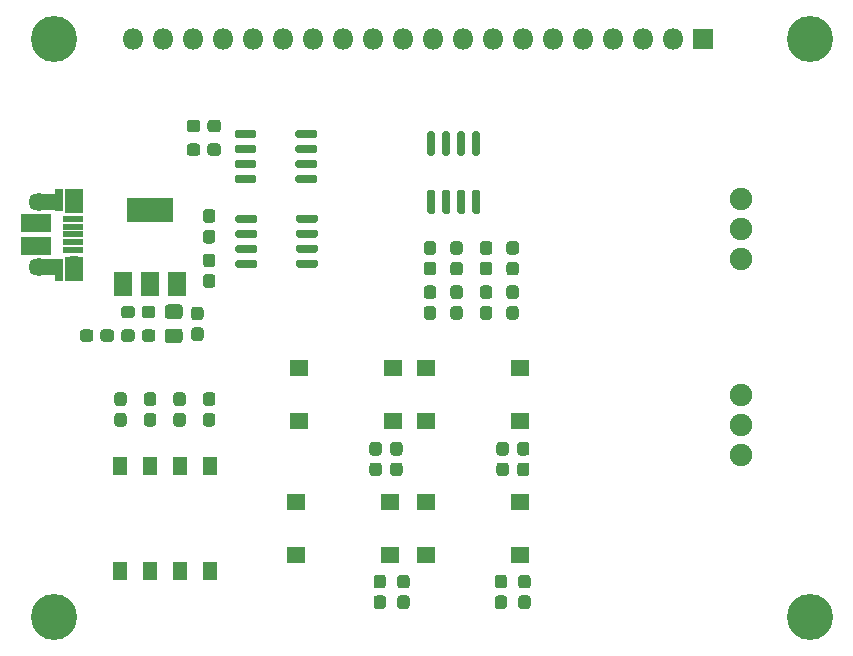
<source format=gbr>
%TF.GenerationSoftware,KiCad,Pcbnew,5.1.6-c6e7f7d~86~ubuntu18.04.1*%
%TF.CreationDate,2020-06-23T21:22:21-04:00*%
%TF.ProjectId,Toastboard,546f6173-7462-46f6-9172-642e6b696361,rev?*%
%TF.SameCoordinates,Original*%
%TF.FileFunction,Soldermask,Top*%
%TF.FilePolarity,Negative*%
%FSLAX46Y46*%
G04 Gerber Fmt 4.6, Leading zero omitted, Abs format (unit mm)*
G04 Created by KiCad (PCBNEW 5.1.6-c6e7f7d~86~ubuntu18.04.1) date 2020-06-23 21:22:21*
%MOMM*%
%LPD*%
G01*
G04 APERTURE LIST*
%ADD10R,1.800000X1.800000*%
%ADD11O,1.800000X1.800000*%
%ADD12R,2.600000X1.530000*%
%ADD13O,1.800000X1.450000*%
%ADD14O,1.600000X1.200000*%
%ADD15R,1.750000X0.500000*%
%ADD16R,1.600000X2.100000*%
%ADD17R,0.800000X1.925000*%
%ADD18R,2.100000X1.450000*%
%ADD19C,3.900000*%
%ADD20C,1.900000*%
%ADD21R,1.650000X1.400000*%
%ADD22R,1.200000X1.600000*%
%ADD23R,3.900000X2.100000*%
G04 APERTURE END LIST*
D10*
%TO.C,J1*%
X118000000Y-49000000D03*
D11*
X115460000Y-49000000D03*
X112920000Y-49000000D03*
X110380000Y-49000000D03*
X107840000Y-49000000D03*
X105300000Y-49000000D03*
X102760000Y-49000000D03*
X100220000Y-49000000D03*
X97680000Y-49000000D03*
X95140000Y-49000000D03*
X92600000Y-49000000D03*
X90060000Y-49000000D03*
X87520000Y-49000000D03*
X84980000Y-49000000D03*
X82440000Y-49000000D03*
X79900000Y-49000000D03*
X77360000Y-49000000D03*
X74820000Y-49000000D03*
X72280000Y-49000000D03*
X69740000Y-49000000D03*
%TD*%
D12*
%TO.C,J2*%
X61465000Y-66535000D03*
X61465000Y-64615000D03*
D13*
X61735000Y-68305000D03*
X61735000Y-62845000D03*
D14*
X64735000Y-67995000D03*
X64735000Y-63155000D03*
D15*
X64615000Y-66875000D03*
X64615000Y-66225000D03*
X64615000Y-65575000D03*
X64615000Y-64925000D03*
X64615000Y-64275000D03*
D16*
X64735000Y-68475000D03*
X64715000Y-62725000D03*
D17*
X63415000Y-68575000D03*
X63415000Y-62625000D03*
D18*
X62665000Y-62845000D03*
X62665000Y-68325000D03*
%TD*%
%TO.C,C1*%
G36*
G01*
X74887500Y-73450000D02*
X75412500Y-73450000D01*
G75*
G02*
X75675000Y-73712500I0J-262500D01*
G01*
X75675000Y-74337500D01*
G75*
G02*
X75412500Y-74600000I-262500J0D01*
G01*
X74887500Y-74600000D01*
G75*
G02*
X74625000Y-74337500I0J262500D01*
G01*
X74625000Y-73712500D01*
G75*
G02*
X74887500Y-73450000I262500J0D01*
G01*
G37*
G36*
G01*
X74887500Y-71700000D02*
X75412500Y-71700000D01*
G75*
G02*
X75675000Y-71962500I0J-262500D01*
G01*
X75675000Y-72587500D01*
G75*
G02*
X75412500Y-72850000I-262500J0D01*
G01*
X74887500Y-72850000D01*
G75*
G02*
X74625000Y-72587500I0J262500D01*
G01*
X74625000Y-71962500D01*
G75*
G02*
X74887500Y-71700000I262500J0D01*
G01*
G37*
%TD*%
%TO.C,C2*%
G36*
G01*
X71600000Y-71887500D02*
X71600000Y-72412500D01*
G75*
G02*
X71337500Y-72675000I-262500J0D01*
G01*
X70712500Y-72675000D01*
G75*
G02*
X70450000Y-72412500I0J262500D01*
G01*
X70450000Y-71887500D01*
G75*
G02*
X70712500Y-71625000I262500J0D01*
G01*
X71337500Y-71625000D01*
G75*
G02*
X71600000Y-71887500I0J-262500D01*
G01*
G37*
G36*
G01*
X69850000Y-71887500D02*
X69850000Y-72412500D01*
G75*
G02*
X69587500Y-72675000I-262500J0D01*
G01*
X68962500Y-72675000D01*
G75*
G02*
X68700000Y-72412500I0J262500D01*
G01*
X68700000Y-71887500D01*
G75*
G02*
X68962500Y-71625000I262500J0D01*
G01*
X69587500Y-71625000D01*
G75*
G02*
X69850000Y-71887500I0J-262500D01*
G01*
G37*
%TD*%
%TO.C,C3*%
G36*
G01*
X102587500Y-96150000D02*
X103112500Y-96150000D01*
G75*
G02*
X103375000Y-96412500I0J-262500D01*
G01*
X103375000Y-97037500D01*
G75*
G02*
X103112500Y-97300000I-262500J0D01*
G01*
X102587500Y-97300000D01*
G75*
G02*
X102325000Y-97037500I0J262500D01*
G01*
X102325000Y-96412500D01*
G75*
G02*
X102587500Y-96150000I262500J0D01*
G01*
G37*
G36*
G01*
X102587500Y-94400000D02*
X103112500Y-94400000D01*
G75*
G02*
X103375000Y-94662500I0J-262500D01*
G01*
X103375000Y-95287500D01*
G75*
G02*
X103112500Y-95550000I-262500J0D01*
G01*
X102587500Y-95550000D01*
G75*
G02*
X102325000Y-95287500I0J262500D01*
G01*
X102325000Y-94662500D01*
G75*
G02*
X102587500Y-94400000I262500J0D01*
G01*
G37*
%TD*%
%TO.C,C4*%
G36*
G01*
X92337500Y-94400000D02*
X92862500Y-94400000D01*
G75*
G02*
X93125000Y-94662500I0J-262500D01*
G01*
X93125000Y-95287500D01*
G75*
G02*
X92862500Y-95550000I-262500J0D01*
G01*
X92337500Y-95550000D01*
G75*
G02*
X92075000Y-95287500I0J262500D01*
G01*
X92075000Y-94662500D01*
G75*
G02*
X92337500Y-94400000I262500J0D01*
G01*
G37*
G36*
G01*
X92337500Y-96150000D02*
X92862500Y-96150000D01*
G75*
G02*
X93125000Y-96412500I0J-262500D01*
G01*
X93125000Y-97037500D01*
G75*
G02*
X92862500Y-97300000I-262500J0D01*
G01*
X92337500Y-97300000D01*
G75*
G02*
X92075000Y-97037500I0J262500D01*
G01*
X92075000Y-96412500D01*
G75*
G02*
X92337500Y-96150000I262500J0D01*
G01*
G37*
%TD*%
%TO.C,C5*%
G36*
G01*
X102487500Y-83150000D02*
X103012500Y-83150000D01*
G75*
G02*
X103275000Y-83412500I0J-262500D01*
G01*
X103275000Y-84037500D01*
G75*
G02*
X103012500Y-84300000I-262500J0D01*
G01*
X102487500Y-84300000D01*
G75*
G02*
X102225000Y-84037500I0J262500D01*
G01*
X102225000Y-83412500D01*
G75*
G02*
X102487500Y-83150000I262500J0D01*
G01*
G37*
G36*
G01*
X102487500Y-84900000D02*
X103012500Y-84900000D01*
G75*
G02*
X103275000Y-85162500I0J-262500D01*
G01*
X103275000Y-85787500D01*
G75*
G02*
X103012500Y-86050000I-262500J0D01*
G01*
X102487500Y-86050000D01*
G75*
G02*
X102225000Y-85787500I0J262500D01*
G01*
X102225000Y-85162500D01*
G75*
G02*
X102487500Y-84900000I262500J0D01*
G01*
G37*
%TD*%
%TO.C,C6*%
G36*
G01*
X91737500Y-84900000D02*
X92262500Y-84900000D01*
G75*
G02*
X92525000Y-85162500I0J-262500D01*
G01*
X92525000Y-85787500D01*
G75*
G02*
X92262500Y-86050000I-262500J0D01*
G01*
X91737500Y-86050000D01*
G75*
G02*
X91475000Y-85787500I0J262500D01*
G01*
X91475000Y-85162500D01*
G75*
G02*
X91737500Y-84900000I262500J0D01*
G01*
G37*
G36*
G01*
X91737500Y-83150000D02*
X92262500Y-83150000D01*
G75*
G02*
X92525000Y-83412500I0J-262500D01*
G01*
X92525000Y-84037500D01*
G75*
G02*
X92262500Y-84300000I-262500J0D01*
G01*
X91737500Y-84300000D01*
G75*
G02*
X91475000Y-84037500I0J262500D01*
G01*
X91475000Y-83412500D01*
G75*
G02*
X91737500Y-83150000I262500J0D01*
G01*
G37*
%TD*%
%TO.C,D1*%
G36*
G01*
X95112500Y-69050000D02*
X94587500Y-69050000D01*
G75*
G02*
X94325000Y-68787500I0J262500D01*
G01*
X94325000Y-68162500D01*
G75*
G02*
X94587500Y-67900000I262500J0D01*
G01*
X95112500Y-67900000D01*
G75*
G02*
X95375000Y-68162500I0J-262500D01*
G01*
X95375000Y-68787500D01*
G75*
G02*
X95112500Y-69050000I-262500J0D01*
G01*
G37*
G36*
G01*
X95112500Y-67300000D02*
X94587500Y-67300000D01*
G75*
G02*
X94325000Y-67037500I0J262500D01*
G01*
X94325000Y-66412500D01*
G75*
G02*
X94587500Y-66150000I262500J0D01*
G01*
X95112500Y-66150000D01*
G75*
G02*
X95375000Y-66412500I0J-262500D01*
G01*
X95375000Y-67037500D01*
G75*
G02*
X95112500Y-67300000I-262500J0D01*
G01*
G37*
%TD*%
%TO.C,D2*%
G36*
G01*
X68100000Y-73887500D02*
X68100000Y-74412500D01*
G75*
G02*
X67837500Y-74675000I-262500J0D01*
G01*
X67212500Y-74675000D01*
G75*
G02*
X66950000Y-74412500I0J262500D01*
G01*
X66950000Y-73887500D01*
G75*
G02*
X67212500Y-73625000I262500J0D01*
G01*
X67837500Y-73625000D01*
G75*
G02*
X68100000Y-73887500I0J-262500D01*
G01*
G37*
G36*
G01*
X66350000Y-73887500D02*
X66350000Y-74412500D01*
G75*
G02*
X66087500Y-74675000I-262500J0D01*
G01*
X65462500Y-74675000D01*
G75*
G02*
X65200000Y-74412500I0J262500D01*
G01*
X65200000Y-73887500D01*
G75*
G02*
X65462500Y-73625000I262500J0D01*
G01*
X66087500Y-73625000D01*
G75*
G02*
X66350000Y-73887500I0J-262500D01*
G01*
G37*
%TD*%
%TO.C,D3*%
G36*
G01*
X97362500Y-69050000D02*
X96837500Y-69050000D01*
G75*
G02*
X96575000Y-68787500I0J262500D01*
G01*
X96575000Y-68162500D01*
G75*
G02*
X96837500Y-67900000I262500J0D01*
G01*
X97362500Y-67900000D01*
G75*
G02*
X97625000Y-68162500I0J-262500D01*
G01*
X97625000Y-68787500D01*
G75*
G02*
X97362500Y-69050000I-262500J0D01*
G01*
G37*
G36*
G01*
X97362500Y-67300000D02*
X96837500Y-67300000D01*
G75*
G02*
X96575000Y-67037500I0J262500D01*
G01*
X96575000Y-66412500D01*
G75*
G02*
X96837500Y-66150000I262500J0D01*
G01*
X97362500Y-66150000D01*
G75*
G02*
X97625000Y-66412500I0J-262500D01*
G01*
X97625000Y-67037500D01*
G75*
G02*
X97362500Y-67300000I-262500J0D01*
G01*
G37*
%TD*%
%TO.C,D4*%
G36*
G01*
X99862500Y-69050000D02*
X99337500Y-69050000D01*
G75*
G02*
X99075000Y-68787500I0J262500D01*
G01*
X99075000Y-68162500D01*
G75*
G02*
X99337500Y-67900000I262500J0D01*
G01*
X99862500Y-67900000D01*
G75*
G02*
X100125000Y-68162500I0J-262500D01*
G01*
X100125000Y-68787500D01*
G75*
G02*
X99862500Y-69050000I-262500J0D01*
G01*
G37*
G36*
G01*
X99862500Y-67300000D02*
X99337500Y-67300000D01*
G75*
G02*
X99075000Y-67037500I0J262500D01*
G01*
X99075000Y-66412500D01*
G75*
G02*
X99337500Y-66150000I262500J0D01*
G01*
X99862500Y-66150000D01*
G75*
G02*
X100125000Y-66412500I0J-262500D01*
G01*
X100125000Y-67037500D01*
G75*
G02*
X99862500Y-67300000I-262500J0D01*
G01*
G37*
%TD*%
%TO.C,D5*%
G36*
G01*
X102112500Y-67300000D02*
X101587500Y-67300000D01*
G75*
G02*
X101325000Y-67037500I0J262500D01*
G01*
X101325000Y-66412500D01*
G75*
G02*
X101587500Y-66150000I262500J0D01*
G01*
X102112500Y-66150000D01*
G75*
G02*
X102375000Y-66412500I0J-262500D01*
G01*
X102375000Y-67037500D01*
G75*
G02*
X102112500Y-67300000I-262500J0D01*
G01*
G37*
G36*
G01*
X102112500Y-69050000D02*
X101587500Y-69050000D01*
G75*
G02*
X101325000Y-68787500I0J262500D01*
G01*
X101325000Y-68162500D01*
G75*
G02*
X101587500Y-67900000I262500J0D01*
G01*
X102112500Y-67900000D01*
G75*
G02*
X102375000Y-68162500I0J-262500D01*
G01*
X102375000Y-68787500D01*
G75*
G02*
X102112500Y-69050000I-262500J0D01*
G01*
G37*
%TD*%
%TO.C,D6*%
G36*
G01*
X76412500Y-64600000D02*
X75887500Y-64600000D01*
G75*
G02*
X75625000Y-64337500I0J262500D01*
G01*
X75625000Y-63712500D01*
G75*
G02*
X75887500Y-63450000I262500J0D01*
G01*
X76412500Y-63450000D01*
G75*
G02*
X76675000Y-63712500I0J-262500D01*
G01*
X76675000Y-64337500D01*
G75*
G02*
X76412500Y-64600000I-262500J0D01*
G01*
G37*
G36*
G01*
X76412500Y-66350000D02*
X75887500Y-66350000D01*
G75*
G02*
X75625000Y-66087500I0J262500D01*
G01*
X75625000Y-65462500D01*
G75*
G02*
X75887500Y-65200000I262500J0D01*
G01*
X76412500Y-65200000D01*
G75*
G02*
X76675000Y-65462500I0J-262500D01*
G01*
X76675000Y-66087500D01*
G75*
G02*
X76412500Y-66350000I-262500J0D01*
G01*
G37*
%TD*%
%TO.C,F1*%
G36*
G01*
X71600000Y-73887500D02*
X71600000Y-74412500D01*
G75*
G02*
X71337500Y-74675000I-262500J0D01*
G01*
X70712500Y-74675000D01*
G75*
G02*
X70450000Y-74412500I0J262500D01*
G01*
X70450000Y-73887500D01*
G75*
G02*
X70712500Y-73625000I262500J0D01*
G01*
X71337500Y-73625000D01*
G75*
G02*
X71600000Y-73887500I0J-262500D01*
G01*
G37*
G36*
G01*
X69850000Y-73887500D02*
X69850000Y-74412500D01*
G75*
G02*
X69587500Y-74675000I-262500J0D01*
G01*
X68962500Y-74675000D01*
G75*
G02*
X68700000Y-74412500I0J262500D01*
G01*
X68700000Y-73887500D01*
G75*
G02*
X68962500Y-73625000I262500J0D01*
G01*
X69587500Y-73625000D01*
G75*
G02*
X69850000Y-73887500I0J-262500D01*
G01*
G37*
%TD*%
%TO.C,FB1*%
G36*
G01*
X72671738Y-71500000D02*
X73628262Y-71500000D01*
G75*
G02*
X73900000Y-71771738I0J-271738D01*
G01*
X73900000Y-72478262D01*
G75*
G02*
X73628262Y-72750000I-271738J0D01*
G01*
X72671738Y-72750000D01*
G75*
G02*
X72400000Y-72478262I0J271738D01*
G01*
X72400000Y-71771738D01*
G75*
G02*
X72671738Y-71500000I271738J0D01*
G01*
G37*
G36*
G01*
X72671738Y-73550000D02*
X73628262Y-73550000D01*
G75*
G02*
X73900000Y-73821738I0J-271738D01*
G01*
X73900000Y-74528262D01*
G75*
G02*
X73628262Y-74800000I-271738J0D01*
G01*
X72671738Y-74800000D01*
G75*
G02*
X72400000Y-74528262I0J271738D01*
G01*
X72400000Y-73821738D01*
G75*
G02*
X72671738Y-73550000I271738J0D01*
G01*
G37*
%TD*%
D19*
%TO.C,H1*%
X63000000Y-49000000D03*
%TD*%
%TO.C,H2*%
X127000000Y-98000000D03*
%TD*%
%TO.C,H3*%
X127000000Y-49000000D03*
%TD*%
%TO.C,H4*%
X63000000Y-98000000D03*
%TD*%
%TO.C,Q1*%
G36*
G01*
X95120000Y-63850000D02*
X94770000Y-63850000D01*
G75*
G02*
X94595000Y-63675000I0J175000D01*
G01*
X94595000Y-61975000D01*
G75*
G02*
X94770000Y-61800000I175000J0D01*
G01*
X95120000Y-61800000D01*
G75*
G02*
X95295000Y-61975000I0J-175000D01*
G01*
X95295000Y-63675000D01*
G75*
G02*
X95120000Y-63850000I-175000J0D01*
G01*
G37*
G36*
G01*
X96390000Y-63850000D02*
X96040000Y-63850000D01*
G75*
G02*
X95865000Y-63675000I0J175000D01*
G01*
X95865000Y-61975000D01*
G75*
G02*
X96040000Y-61800000I175000J0D01*
G01*
X96390000Y-61800000D01*
G75*
G02*
X96565000Y-61975000I0J-175000D01*
G01*
X96565000Y-63675000D01*
G75*
G02*
X96390000Y-63850000I-175000J0D01*
G01*
G37*
G36*
G01*
X97660000Y-63850000D02*
X97310000Y-63850000D01*
G75*
G02*
X97135000Y-63675000I0J175000D01*
G01*
X97135000Y-61975000D01*
G75*
G02*
X97310000Y-61800000I175000J0D01*
G01*
X97660000Y-61800000D01*
G75*
G02*
X97835000Y-61975000I0J-175000D01*
G01*
X97835000Y-63675000D01*
G75*
G02*
X97660000Y-63850000I-175000J0D01*
G01*
G37*
G36*
G01*
X98930000Y-63850000D02*
X98580000Y-63850000D01*
G75*
G02*
X98405000Y-63675000I0J175000D01*
G01*
X98405000Y-61975000D01*
G75*
G02*
X98580000Y-61800000I175000J0D01*
G01*
X98930000Y-61800000D01*
G75*
G02*
X99105000Y-61975000I0J-175000D01*
G01*
X99105000Y-63675000D01*
G75*
G02*
X98930000Y-63850000I-175000J0D01*
G01*
G37*
G36*
G01*
X98930000Y-58900000D02*
X98580000Y-58900000D01*
G75*
G02*
X98405000Y-58725000I0J175000D01*
G01*
X98405000Y-57025000D01*
G75*
G02*
X98580000Y-56850000I175000J0D01*
G01*
X98930000Y-56850000D01*
G75*
G02*
X99105000Y-57025000I0J-175000D01*
G01*
X99105000Y-58725000D01*
G75*
G02*
X98930000Y-58900000I-175000J0D01*
G01*
G37*
G36*
G01*
X97660000Y-58900000D02*
X97310000Y-58900000D01*
G75*
G02*
X97135000Y-58725000I0J175000D01*
G01*
X97135000Y-57025000D01*
G75*
G02*
X97310000Y-56850000I175000J0D01*
G01*
X97660000Y-56850000D01*
G75*
G02*
X97835000Y-57025000I0J-175000D01*
G01*
X97835000Y-58725000D01*
G75*
G02*
X97660000Y-58900000I-175000J0D01*
G01*
G37*
G36*
G01*
X96390000Y-58900000D02*
X96040000Y-58900000D01*
G75*
G02*
X95865000Y-58725000I0J175000D01*
G01*
X95865000Y-57025000D01*
G75*
G02*
X96040000Y-56850000I175000J0D01*
G01*
X96390000Y-56850000D01*
G75*
G02*
X96565000Y-57025000I0J-175000D01*
G01*
X96565000Y-58725000D01*
G75*
G02*
X96390000Y-58900000I-175000J0D01*
G01*
G37*
G36*
G01*
X95120000Y-58900000D02*
X94770000Y-58900000D01*
G75*
G02*
X94595000Y-58725000I0J175000D01*
G01*
X94595000Y-57025000D01*
G75*
G02*
X94770000Y-56850000I175000J0D01*
G01*
X95120000Y-56850000D01*
G75*
G02*
X95295000Y-57025000I0J-175000D01*
G01*
X95295000Y-58725000D01*
G75*
G02*
X95120000Y-58900000I-175000J0D01*
G01*
G37*
%TD*%
%TO.C,R1*%
G36*
G01*
X94587500Y-69900000D02*
X95112500Y-69900000D01*
G75*
G02*
X95375000Y-70162500I0J-262500D01*
G01*
X95375000Y-70787500D01*
G75*
G02*
X95112500Y-71050000I-262500J0D01*
G01*
X94587500Y-71050000D01*
G75*
G02*
X94325000Y-70787500I0J262500D01*
G01*
X94325000Y-70162500D01*
G75*
G02*
X94587500Y-69900000I262500J0D01*
G01*
G37*
G36*
G01*
X94587500Y-71650000D02*
X95112500Y-71650000D01*
G75*
G02*
X95375000Y-71912500I0J-262500D01*
G01*
X95375000Y-72537500D01*
G75*
G02*
X95112500Y-72800000I-262500J0D01*
G01*
X94587500Y-72800000D01*
G75*
G02*
X94325000Y-72537500I0J262500D01*
G01*
X94325000Y-71912500D01*
G75*
G02*
X94587500Y-71650000I262500J0D01*
G01*
G37*
%TD*%
%TO.C,R2*%
G36*
G01*
X96837500Y-69900000D02*
X97362500Y-69900000D01*
G75*
G02*
X97625000Y-70162500I0J-262500D01*
G01*
X97625000Y-70787500D01*
G75*
G02*
X97362500Y-71050000I-262500J0D01*
G01*
X96837500Y-71050000D01*
G75*
G02*
X96575000Y-70787500I0J262500D01*
G01*
X96575000Y-70162500D01*
G75*
G02*
X96837500Y-69900000I262500J0D01*
G01*
G37*
G36*
G01*
X96837500Y-71650000D02*
X97362500Y-71650000D01*
G75*
G02*
X97625000Y-71912500I0J-262500D01*
G01*
X97625000Y-72537500D01*
G75*
G02*
X97362500Y-72800000I-262500J0D01*
G01*
X96837500Y-72800000D01*
G75*
G02*
X96575000Y-72537500I0J262500D01*
G01*
X96575000Y-71912500D01*
G75*
G02*
X96837500Y-71650000I262500J0D01*
G01*
G37*
%TD*%
%TO.C,R3*%
G36*
G01*
X99337500Y-69900000D02*
X99862500Y-69900000D01*
G75*
G02*
X100125000Y-70162500I0J-262500D01*
G01*
X100125000Y-70787500D01*
G75*
G02*
X99862500Y-71050000I-262500J0D01*
G01*
X99337500Y-71050000D01*
G75*
G02*
X99075000Y-70787500I0J262500D01*
G01*
X99075000Y-70162500D01*
G75*
G02*
X99337500Y-69900000I262500J0D01*
G01*
G37*
G36*
G01*
X99337500Y-71650000D02*
X99862500Y-71650000D01*
G75*
G02*
X100125000Y-71912500I0J-262500D01*
G01*
X100125000Y-72537500D01*
G75*
G02*
X99862500Y-72800000I-262500J0D01*
G01*
X99337500Y-72800000D01*
G75*
G02*
X99075000Y-72537500I0J262500D01*
G01*
X99075000Y-71912500D01*
G75*
G02*
X99337500Y-71650000I262500J0D01*
G01*
G37*
%TD*%
%TO.C,R4*%
G36*
G01*
X101582499Y-71650000D02*
X102107499Y-71650000D01*
G75*
G02*
X102369999Y-71912500I0J-262500D01*
G01*
X102369999Y-72537500D01*
G75*
G02*
X102107499Y-72800000I-262500J0D01*
G01*
X101582499Y-72800000D01*
G75*
G02*
X101319999Y-72537500I0J262500D01*
G01*
X101319999Y-71912500D01*
G75*
G02*
X101582499Y-71650000I262500J0D01*
G01*
G37*
G36*
G01*
X101582499Y-69900000D02*
X102107499Y-69900000D01*
G75*
G02*
X102369999Y-70162500I0J-262500D01*
G01*
X102369999Y-70787500D01*
G75*
G02*
X102107499Y-71050000I-262500J0D01*
G01*
X101582499Y-71050000D01*
G75*
G02*
X101319999Y-70787500I0J262500D01*
G01*
X101319999Y-70162500D01*
G75*
G02*
X101582499Y-69900000I262500J0D01*
G01*
G37*
%TD*%
%TO.C,R5*%
G36*
G01*
X74250000Y-58662500D02*
X74250000Y-58137500D01*
G75*
G02*
X74512500Y-57875000I262500J0D01*
G01*
X75137500Y-57875000D01*
G75*
G02*
X75400000Y-58137500I0J-262500D01*
G01*
X75400000Y-58662500D01*
G75*
G02*
X75137500Y-58925000I-262500J0D01*
G01*
X74512500Y-58925000D01*
G75*
G02*
X74250000Y-58662500I0J262500D01*
G01*
G37*
G36*
G01*
X76000000Y-58662500D02*
X76000000Y-58137500D01*
G75*
G02*
X76262500Y-57875000I262500J0D01*
G01*
X76887500Y-57875000D01*
G75*
G02*
X77150000Y-58137500I0J-262500D01*
G01*
X77150000Y-58662500D01*
G75*
G02*
X76887500Y-58925000I-262500J0D01*
G01*
X76262500Y-58925000D01*
G75*
G02*
X76000000Y-58662500I0J262500D01*
G01*
G37*
%TD*%
%TO.C,R6*%
G36*
G01*
X76000000Y-56662500D02*
X76000000Y-56137500D01*
G75*
G02*
X76262500Y-55875000I262500J0D01*
G01*
X76887500Y-55875000D01*
G75*
G02*
X77150000Y-56137500I0J-262500D01*
G01*
X77150000Y-56662500D01*
G75*
G02*
X76887500Y-56925000I-262500J0D01*
G01*
X76262500Y-56925000D01*
G75*
G02*
X76000000Y-56662500I0J262500D01*
G01*
G37*
G36*
G01*
X74250000Y-56662500D02*
X74250000Y-56137500D01*
G75*
G02*
X74512500Y-55875000I262500J0D01*
G01*
X75137500Y-55875000D01*
G75*
G02*
X75400000Y-56137500I0J-262500D01*
G01*
X75400000Y-56662500D01*
G75*
G02*
X75137500Y-56925000I-262500J0D01*
G01*
X74512500Y-56925000D01*
G75*
G02*
X74250000Y-56662500I0J262500D01*
G01*
G37*
%TD*%
%TO.C,R7*%
G36*
G01*
X75887500Y-67200000D02*
X76412500Y-67200000D01*
G75*
G02*
X76675000Y-67462500I0J-262500D01*
G01*
X76675000Y-68087500D01*
G75*
G02*
X76412500Y-68350000I-262500J0D01*
G01*
X75887500Y-68350000D01*
G75*
G02*
X75625000Y-68087500I0J262500D01*
G01*
X75625000Y-67462500D01*
G75*
G02*
X75887500Y-67200000I262500J0D01*
G01*
G37*
G36*
G01*
X75887500Y-68950000D02*
X76412500Y-68950000D01*
G75*
G02*
X76675000Y-69212500I0J-262500D01*
G01*
X76675000Y-69837500D01*
G75*
G02*
X76412500Y-70100000I-262500J0D01*
G01*
X75887500Y-70100000D01*
G75*
G02*
X75625000Y-69837500I0J262500D01*
G01*
X75625000Y-69212500D01*
G75*
G02*
X75887500Y-68950000I262500J0D01*
G01*
G37*
%TD*%
%TO.C,R8*%
G36*
G01*
X100587500Y-96150000D02*
X101112500Y-96150000D01*
G75*
G02*
X101375000Y-96412500I0J-262500D01*
G01*
X101375000Y-97037500D01*
G75*
G02*
X101112500Y-97300000I-262500J0D01*
G01*
X100587500Y-97300000D01*
G75*
G02*
X100325000Y-97037500I0J262500D01*
G01*
X100325000Y-96412500D01*
G75*
G02*
X100587500Y-96150000I262500J0D01*
G01*
G37*
G36*
G01*
X100587500Y-94400000D02*
X101112500Y-94400000D01*
G75*
G02*
X101375000Y-94662500I0J-262500D01*
G01*
X101375000Y-95287500D01*
G75*
G02*
X101112500Y-95550000I-262500J0D01*
G01*
X100587500Y-95550000D01*
G75*
G02*
X100325000Y-95287500I0J262500D01*
G01*
X100325000Y-94662500D01*
G75*
G02*
X100587500Y-94400000I262500J0D01*
G01*
G37*
%TD*%
%TO.C,R9*%
G36*
G01*
X90337500Y-94400000D02*
X90862500Y-94400000D01*
G75*
G02*
X91125000Y-94662500I0J-262500D01*
G01*
X91125000Y-95287500D01*
G75*
G02*
X90862500Y-95550000I-262500J0D01*
G01*
X90337500Y-95550000D01*
G75*
G02*
X90075000Y-95287500I0J262500D01*
G01*
X90075000Y-94662500D01*
G75*
G02*
X90337500Y-94400000I262500J0D01*
G01*
G37*
G36*
G01*
X90337500Y-96150000D02*
X90862500Y-96150000D01*
G75*
G02*
X91125000Y-96412500I0J-262500D01*
G01*
X91125000Y-97037500D01*
G75*
G02*
X90862500Y-97300000I-262500J0D01*
G01*
X90337500Y-97300000D01*
G75*
G02*
X90075000Y-97037500I0J262500D01*
G01*
X90075000Y-96412500D01*
G75*
G02*
X90337500Y-96150000I262500J0D01*
G01*
G37*
%TD*%
%TO.C,R10*%
G36*
G01*
X100737500Y-84900000D02*
X101262500Y-84900000D01*
G75*
G02*
X101525000Y-85162500I0J-262500D01*
G01*
X101525000Y-85787500D01*
G75*
G02*
X101262500Y-86050000I-262500J0D01*
G01*
X100737500Y-86050000D01*
G75*
G02*
X100475000Y-85787500I0J262500D01*
G01*
X100475000Y-85162500D01*
G75*
G02*
X100737500Y-84900000I262500J0D01*
G01*
G37*
G36*
G01*
X100737500Y-83150000D02*
X101262500Y-83150000D01*
G75*
G02*
X101525000Y-83412500I0J-262500D01*
G01*
X101525000Y-84037500D01*
G75*
G02*
X101262500Y-84300000I-262500J0D01*
G01*
X100737500Y-84300000D01*
G75*
G02*
X100475000Y-84037500I0J262500D01*
G01*
X100475000Y-83412500D01*
G75*
G02*
X100737500Y-83150000I262500J0D01*
G01*
G37*
%TD*%
%TO.C,R11*%
G36*
G01*
X76412500Y-80100000D02*
X75887500Y-80100000D01*
G75*
G02*
X75625000Y-79837500I0J262500D01*
G01*
X75625000Y-79212500D01*
G75*
G02*
X75887500Y-78950000I262500J0D01*
G01*
X76412500Y-78950000D01*
G75*
G02*
X76675000Y-79212500I0J-262500D01*
G01*
X76675000Y-79837500D01*
G75*
G02*
X76412500Y-80100000I-262500J0D01*
G01*
G37*
G36*
G01*
X76412500Y-81850000D02*
X75887500Y-81850000D01*
G75*
G02*
X75625000Y-81587500I0J262500D01*
G01*
X75625000Y-80962500D01*
G75*
G02*
X75887500Y-80700000I262500J0D01*
G01*
X76412500Y-80700000D01*
G75*
G02*
X76675000Y-80962500I0J-262500D01*
G01*
X76675000Y-81587500D01*
G75*
G02*
X76412500Y-81850000I-262500J0D01*
G01*
G37*
%TD*%
%TO.C,R12*%
G36*
G01*
X73912500Y-80100000D02*
X73387500Y-80100000D01*
G75*
G02*
X73125000Y-79837500I0J262500D01*
G01*
X73125000Y-79212500D01*
G75*
G02*
X73387500Y-78950000I262500J0D01*
G01*
X73912500Y-78950000D01*
G75*
G02*
X74175000Y-79212500I0J-262500D01*
G01*
X74175000Y-79837500D01*
G75*
G02*
X73912500Y-80100000I-262500J0D01*
G01*
G37*
G36*
G01*
X73912500Y-81850000D02*
X73387500Y-81850000D01*
G75*
G02*
X73125000Y-81587500I0J262500D01*
G01*
X73125000Y-80962500D01*
G75*
G02*
X73387500Y-80700000I262500J0D01*
G01*
X73912500Y-80700000D01*
G75*
G02*
X74175000Y-80962500I0J-262500D01*
G01*
X74175000Y-81587500D01*
G75*
G02*
X73912500Y-81850000I-262500J0D01*
G01*
G37*
%TD*%
%TO.C,R13*%
G36*
G01*
X71412500Y-81850000D02*
X70887500Y-81850000D01*
G75*
G02*
X70625000Y-81587500I0J262500D01*
G01*
X70625000Y-80962500D01*
G75*
G02*
X70887500Y-80700000I262500J0D01*
G01*
X71412500Y-80700000D01*
G75*
G02*
X71675000Y-80962500I0J-262500D01*
G01*
X71675000Y-81587500D01*
G75*
G02*
X71412500Y-81850000I-262500J0D01*
G01*
G37*
G36*
G01*
X71412500Y-80100000D02*
X70887500Y-80100000D01*
G75*
G02*
X70625000Y-79837500I0J262500D01*
G01*
X70625000Y-79212500D01*
G75*
G02*
X70887500Y-78950000I262500J0D01*
G01*
X71412500Y-78950000D01*
G75*
G02*
X71675000Y-79212500I0J-262500D01*
G01*
X71675000Y-79837500D01*
G75*
G02*
X71412500Y-80100000I-262500J0D01*
G01*
G37*
%TD*%
%TO.C,R14*%
G36*
G01*
X89987500Y-83150000D02*
X90512500Y-83150000D01*
G75*
G02*
X90775000Y-83412500I0J-262500D01*
G01*
X90775000Y-84037500D01*
G75*
G02*
X90512500Y-84300000I-262500J0D01*
G01*
X89987500Y-84300000D01*
G75*
G02*
X89725000Y-84037500I0J262500D01*
G01*
X89725000Y-83412500D01*
G75*
G02*
X89987500Y-83150000I262500J0D01*
G01*
G37*
G36*
G01*
X89987500Y-84900000D02*
X90512500Y-84900000D01*
G75*
G02*
X90775000Y-85162500I0J-262500D01*
G01*
X90775000Y-85787500D01*
G75*
G02*
X90512500Y-86050000I-262500J0D01*
G01*
X89987500Y-86050000D01*
G75*
G02*
X89725000Y-85787500I0J262500D01*
G01*
X89725000Y-85162500D01*
G75*
G02*
X89987500Y-84900000I262500J0D01*
G01*
G37*
%TD*%
%TO.C,R15*%
G36*
G01*
X68912500Y-80100000D02*
X68387500Y-80100000D01*
G75*
G02*
X68125000Y-79837500I0J262500D01*
G01*
X68125000Y-79212500D01*
G75*
G02*
X68387500Y-78950000I262500J0D01*
G01*
X68912500Y-78950000D01*
G75*
G02*
X69175000Y-79212500I0J-262500D01*
G01*
X69175000Y-79837500D01*
G75*
G02*
X68912500Y-80100000I-262500J0D01*
G01*
G37*
G36*
G01*
X68912500Y-81850000D02*
X68387500Y-81850000D01*
G75*
G02*
X68125000Y-81587500I0J262500D01*
G01*
X68125000Y-80962500D01*
G75*
G02*
X68387500Y-80700000I262500J0D01*
G01*
X68912500Y-80700000D01*
G75*
G02*
X69175000Y-80962500I0J-262500D01*
G01*
X69175000Y-81587500D01*
G75*
G02*
X68912500Y-81850000I-262500J0D01*
G01*
G37*
%TD*%
D20*
%TO.C,RV1*%
X121200000Y-62600000D03*
X121200000Y-65140000D03*
X121200000Y-67680000D03*
%TD*%
%TO.C,RV2*%
X121200000Y-84280000D03*
X121200000Y-81740000D03*
X121200000Y-79200000D03*
%TD*%
D21*
%TO.C,BTN_0*%
X94550001Y-92740001D03*
X94550001Y-88240001D03*
X102500001Y-88240001D03*
X102500001Y-92740001D03*
%TD*%
%TO.C,BTN_1*%
X91450001Y-92740001D03*
X91450001Y-88240001D03*
X83500001Y-88240001D03*
X83500001Y-92740001D03*
%TD*%
%TO.C,BTN_2*%
X94525000Y-81350000D03*
X94525000Y-76850000D03*
X102475000Y-76850000D03*
X102475000Y-81350000D03*
%TD*%
%TO.C,BTN_3*%
X91725000Y-81350000D03*
X91725000Y-76850000D03*
X83775000Y-76850000D03*
X83775000Y-81350000D03*
%TD*%
D22*
%TO.C,SW5*%
X76210000Y-85200000D03*
X68590000Y-94100000D03*
X73670000Y-85200000D03*
X71130000Y-94100000D03*
X71130000Y-85200000D03*
X73670000Y-94100000D03*
X68590000Y-85200000D03*
X76210000Y-94100000D03*
%TD*%
%TO.C,U1*%
G36*
G01*
X80150000Y-60730000D02*
X80150000Y-61080000D01*
G75*
G02*
X79975000Y-61255000I-175000J0D01*
G01*
X78475000Y-61255000D01*
G75*
G02*
X78300000Y-61080000I0J175000D01*
G01*
X78300000Y-60730000D01*
G75*
G02*
X78475000Y-60555000I175000J0D01*
G01*
X79975000Y-60555000D01*
G75*
G02*
X80150000Y-60730000I0J-175000D01*
G01*
G37*
G36*
G01*
X80150000Y-59460000D02*
X80150000Y-59810000D01*
G75*
G02*
X79975000Y-59985000I-175000J0D01*
G01*
X78475000Y-59985000D01*
G75*
G02*
X78300000Y-59810000I0J175000D01*
G01*
X78300000Y-59460000D01*
G75*
G02*
X78475000Y-59285000I175000J0D01*
G01*
X79975000Y-59285000D01*
G75*
G02*
X80150000Y-59460000I0J-175000D01*
G01*
G37*
G36*
G01*
X80150000Y-58190000D02*
X80150000Y-58540000D01*
G75*
G02*
X79975000Y-58715000I-175000J0D01*
G01*
X78475000Y-58715000D01*
G75*
G02*
X78300000Y-58540000I0J175000D01*
G01*
X78300000Y-58190000D01*
G75*
G02*
X78475000Y-58015000I175000J0D01*
G01*
X79975000Y-58015000D01*
G75*
G02*
X80150000Y-58190000I0J-175000D01*
G01*
G37*
G36*
G01*
X80150000Y-56920000D02*
X80150000Y-57270000D01*
G75*
G02*
X79975000Y-57445000I-175000J0D01*
G01*
X78475000Y-57445000D01*
G75*
G02*
X78300000Y-57270000I0J175000D01*
G01*
X78300000Y-56920000D01*
G75*
G02*
X78475000Y-56745000I175000J0D01*
G01*
X79975000Y-56745000D01*
G75*
G02*
X80150000Y-56920000I0J-175000D01*
G01*
G37*
G36*
G01*
X85300000Y-56920000D02*
X85300000Y-57270000D01*
G75*
G02*
X85125000Y-57445000I-175000J0D01*
G01*
X83625000Y-57445000D01*
G75*
G02*
X83450000Y-57270000I0J175000D01*
G01*
X83450000Y-56920000D01*
G75*
G02*
X83625000Y-56745000I175000J0D01*
G01*
X85125000Y-56745000D01*
G75*
G02*
X85300000Y-56920000I0J-175000D01*
G01*
G37*
G36*
G01*
X85300000Y-58190000D02*
X85300000Y-58540000D01*
G75*
G02*
X85125000Y-58715000I-175000J0D01*
G01*
X83625000Y-58715000D01*
G75*
G02*
X83450000Y-58540000I0J175000D01*
G01*
X83450000Y-58190000D01*
G75*
G02*
X83625000Y-58015000I175000J0D01*
G01*
X85125000Y-58015000D01*
G75*
G02*
X85300000Y-58190000I0J-175000D01*
G01*
G37*
G36*
G01*
X85300000Y-59460000D02*
X85300000Y-59810000D01*
G75*
G02*
X85125000Y-59985000I-175000J0D01*
G01*
X83625000Y-59985000D01*
G75*
G02*
X83450000Y-59810000I0J175000D01*
G01*
X83450000Y-59460000D01*
G75*
G02*
X83625000Y-59285000I175000J0D01*
G01*
X85125000Y-59285000D01*
G75*
G02*
X85300000Y-59460000I0J-175000D01*
G01*
G37*
G36*
G01*
X85300000Y-60730000D02*
X85300000Y-61080000D01*
G75*
G02*
X85125000Y-61255000I-175000J0D01*
G01*
X83625000Y-61255000D01*
G75*
G02*
X83450000Y-61080000I0J175000D01*
G01*
X83450000Y-60730000D01*
G75*
G02*
X83625000Y-60555000I175000J0D01*
G01*
X85125000Y-60555000D01*
G75*
G02*
X85300000Y-60730000I0J-175000D01*
G01*
G37*
%TD*%
%TO.C,U2*%
G36*
G01*
X78375000Y-64425000D02*
X78375000Y-64075000D01*
G75*
G02*
X78550000Y-63900000I175000J0D01*
G01*
X80050000Y-63900000D01*
G75*
G02*
X80225000Y-64075000I0J-175000D01*
G01*
X80225000Y-64425000D01*
G75*
G02*
X80050000Y-64600000I-175000J0D01*
G01*
X78550000Y-64600000D01*
G75*
G02*
X78375000Y-64425000I0J175000D01*
G01*
G37*
G36*
G01*
X78375000Y-65695000D02*
X78375000Y-65345000D01*
G75*
G02*
X78550000Y-65170000I175000J0D01*
G01*
X80050000Y-65170000D01*
G75*
G02*
X80225000Y-65345000I0J-175000D01*
G01*
X80225000Y-65695000D01*
G75*
G02*
X80050000Y-65870000I-175000J0D01*
G01*
X78550000Y-65870000D01*
G75*
G02*
X78375000Y-65695000I0J175000D01*
G01*
G37*
G36*
G01*
X78375000Y-66965000D02*
X78375000Y-66615000D01*
G75*
G02*
X78550000Y-66440000I175000J0D01*
G01*
X80050000Y-66440000D01*
G75*
G02*
X80225000Y-66615000I0J-175000D01*
G01*
X80225000Y-66965000D01*
G75*
G02*
X80050000Y-67140000I-175000J0D01*
G01*
X78550000Y-67140000D01*
G75*
G02*
X78375000Y-66965000I0J175000D01*
G01*
G37*
G36*
G01*
X78375000Y-68235000D02*
X78375000Y-67885000D01*
G75*
G02*
X78550000Y-67710000I175000J0D01*
G01*
X80050000Y-67710000D01*
G75*
G02*
X80225000Y-67885000I0J-175000D01*
G01*
X80225000Y-68235000D01*
G75*
G02*
X80050000Y-68410000I-175000J0D01*
G01*
X78550000Y-68410000D01*
G75*
G02*
X78375000Y-68235000I0J175000D01*
G01*
G37*
G36*
G01*
X83525000Y-68235000D02*
X83525000Y-67885000D01*
G75*
G02*
X83700000Y-67710000I175000J0D01*
G01*
X85200000Y-67710000D01*
G75*
G02*
X85375000Y-67885000I0J-175000D01*
G01*
X85375000Y-68235000D01*
G75*
G02*
X85200000Y-68410000I-175000J0D01*
G01*
X83700000Y-68410000D01*
G75*
G02*
X83525000Y-68235000I0J175000D01*
G01*
G37*
G36*
G01*
X83525000Y-66965000D02*
X83525000Y-66615000D01*
G75*
G02*
X83700000Y-66440000I175000J0D01*
G01*
X85200000Y-66440000D01*
G75*
G02*
X85375000Y-66615000I0J-175000D01*
G01*
X85375000Y-66965000D01*
G75*
G02*
X85200000Y-67140000I-175000J0D01*
G01*
X83700000Y-67140000D01*
G75*
G02*
X83525000Y-66965000I0J175000D01*
G01*
G37*
G36*
G01*
X83525000Y-65695000D02*
X83525000Y-65345000D01*
G75*
G02*
X83700000Y-65170000I175000J0D01*
G01*
X85200000Y-65170000D01*
G75*
G02*
X85375000Y-65345000I0J-175000D01*
G01*
X85375000Y-65695000D01*
G75*
G02*
X85200000Y-65870000I-175000J0D01*
G01*
X83700000Y-65870000D01*
G75*
G02*
X83525000Y-65695000I0J175000D01*
G01*
G37*
G36*
G01*
X83525000Y-64425000D02*
X83525000Y-64075000D01*
G75*
G02*
X83700000Y-63900000I175000J0D01*
G01*
X85200000Y-63900000D01*
G75*
G02*
X85375000Y-64075000I0J-175000D01*
G01*
X85375000Y-64425000D01*
G75*
G02*
X85200000Y-64600000I-175000J0D01*
G01*
X83700000Y-64600000D01*
G75*
G02*
X83525000Y-64425000I0J175000D01*
G01*
G37*
%TD*%
D23*
%TO.C,U3*%
X71150000Y-63500000D03*
D16*
X71150000Y-69800000D03*
X73450000Y-69800000D03*
X68850000Y-69800000D03*
%TD*%
M02*

</source>
